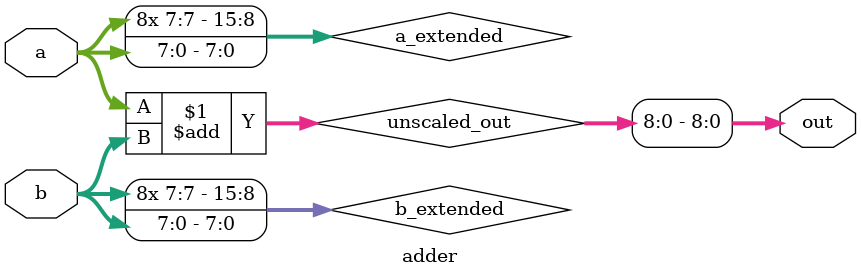
<source format=v>
module adder (
	a,
	b,
	out
);
	parameter signed [31:0] A_WIDTH = 8;
	parameter signed [31:0] B_WIDTH = 8;
	parameter signed [31:0] OUT_SCALE = 0;
	parameter signed [31:0] OUT_WIDTH = (A_WIDTH > B_WIDTH ? A_WIDTH : B_WIDTH) + 1;
	input wire signed [A_WIDTH - 1:0] a;
	input wire signed [B_WIDTH - 1:0] b;
	output wire signed [OUT_WIDTH - 1:0] out;
	localparam INTERMEDIATE_WIDTH = A_WIDTH + B_WIDTH;
	wire signed [INTERMEDIATE_WIDTH - 1:0] a_extended;
	assign a_extended = a;
	wire signed [INTERMEDIATE_WIDTH - 1:0] b_extended;
	assign b_extended = b;
	wire signed [INTERMEDIATE_WIDTH - 1:0] unscaled_out;
	assign unscaled_out = a + b;
	assign out = unscaled_out >>> OUT_SCALE;
endmodule

</source>
